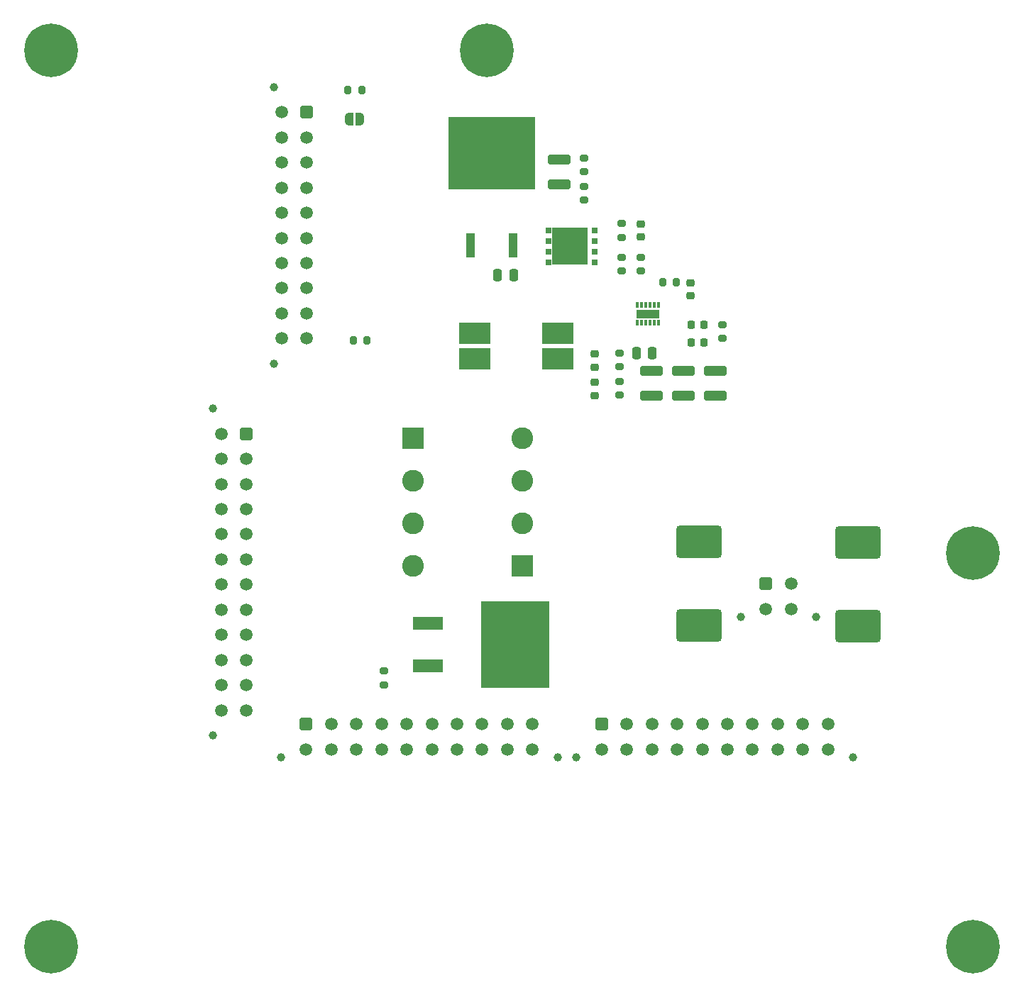
<source format=gbr>
%TF.GenerationSoftware,KiCad,Pcbnew,(6.0.7)*%
%TF.CreationDate,2023-01-08T12:05:45-06:00*%
%TF.ProjectId,Master Switch Enclosure Board,4d617374-6572-4205-9377-697463682045,rev?*%
%TF.SameCoordinates,Original*%
%TF.FileFunction,Soldermask,Top*%
%TF.FilePolarity,Negative*%
%FSLAX46Y46*%
G04 Gerber Fmt 4.6, Leading zero omitted, Abs format (unit mm)*
G04 Created by KiCad (PCBNEW (6.0.7)) date 2023-01-08 12:05:45*
%MOMM*%
%LPD*%
G01*
G04 APERTURE LIST*
G04 Aperture macros list*
%AMRoundRect*
0 Rectangle with rounded corners*
0 $1 Rounding radius*
0 $2 $3 $4 $5 $6 $7 $8 $9 X,Y pos of 4 corners*
0 Add a 4 corners polygon primitive as box body*
4,1,4,$2,$3,$4,$5,$6,$7,$8,$9,$2,$3,0*
0 Add four circle primitives for the rounded corners*
1,1,$1+$1,$2,$3*
1,1,$1+$1,$4,$5*
1,1,$1+$1,$6,$7*
1,1,$1+$1,$8,$9*
0 Add four rect primitives between the rounded corners*
20,1,$1+$1,$2,$3,$4,$5,0*
20,1,$1+$1,$4,$5,$6,$7,0*
20,1,$1+$1,$6,$7,$8,$9,0*
20,1,$1+$1,$8,$9,$2,$3,0*%
%AMFreePoly0*
4,1,22,0.500000,-0.750000,0.000000,-0.750000,0.000000,-0.745033,-0.079941,-0.743568,-0.215256,-0.701293,-0.333266,-0.622738,-0.424486,-0.514219,-0.481581,-0.384460,-0.499164,-0.250000,-0.500000,-0.250000,-0.500000,0.250000,-0.499164,0.250000,-0.499963,0.256109,-0.478152,0.396186,-0.417904,0.524511,-0.324060,0.630769,-0.204165,0.706417,-0.067858,0.745374,0.000000,0.744959,0.000000,0.750000,
0.500000,0.750000,0.500000,-0.750000,0.500000,-0.750000,$1*%
%AMFreePoly1*
4,1,20,0.000000,0.744959,0.073905,0.744508,0.209726,0.703889,0.328688,0.626782,0.421226,0.519385,0.479903,0.390333,0.500000,0.250000,0.500000,-0.250000,0.499851,-0.262216,0.476331,-0.402017,0.414519,-0.529596,0.319384,-0.634700,0.198574,-0.708877,0.061801,-0.746166,0.000000,-0.745033,0.000000,-0.750000,-0.500000,-0.750000,-0.500000,0.750000,0.000000,0.750000,0.000000,0.744959,
0.000000,0.744959,$1*%
G04 Aperture macros list end*
%ADD10C,6.400000*%
%ADD11RoundRect,0.200000X-0.200000X-0.275000X0.200000X-0.275000X0.200000X0.275000X-0.200000X0.275000X0*%
%ADD12RoundRect,0.200000X0.275000X-0.200000X0.275000X0.200000X-0.275000X0.200000X-0.275000X-0.200000X0*%
%ADD13C,1.000000*%
%ADD14RoundRect,0.250001X-0.499999X0.499999X-0.499999X-0.499999X0.499999X-0.499999X0.499999X0.499999X0*%
%ADD15C,1.500000*%
%ADD16RoundRect,0.250001X-0.499999X-0.499999X0.499999X-0.499999X0.499999X0.499999X-0.499999X0.499999X0*%
%ADD17R,8.153000X10.369000*%
%ADD18R,3.581000X1.600000*%
%ADD19RoundRect,0.225000X-0.225000X-0.250000X0.225000X-0.250000X0.225000X0.250000X-0.225000X0.250000X0*%
%ADD20RoundRect,0.250000X0.250000X0.475000X-0.250000X0.475000X-0.250000X-0.475000X0.250000X-0.475000X0*%
%ADD21RoundRect,0.250000X1.100000X-0.325000X1.100000X0.325000X-1.100000X0.325000X-1.100000X-0.325000X0*%
%ADD22RoundRect,0.200000X-0.275000X0.200000X-0.275000X-0.200000X0.275000X-0.200000X0.275000X0.200000X0*%
%ADD23RoundRect,0.250000X-0.250000X-0.475000X0.250000X-0.475000X0.250000X0.475000X-0.250000X0.475000X0*%
%ADD24RoundRect,0.225000X0.250000X-0.225000X0.250000X0.225000X-0.250000X0.225000X-0.250000X-0.225000X0*%
%ADD25RoundRect,0.225000X-0.250000X0.225000X-0.250000X-0.225000X0.250000X-0.225000X0.250000X0.225000X0*%
%ADD26RoundRect,0.500000X2.250000X-1.450000X2.250000X1.450000X-2.250000X1.450000X-2.250000X-1.450000X0*%
%ADD27FreePoly0,180.000000*%
%ADD28FreePoly1,180.000000*%
%ADD29R,2.600000X2.600000*%
%ADD30C,2.600000*%
%ADD31R,3.850000X2.500000*%
%ADD32RoundRect,0.250000X-1.100000X0.325000X-1.100000X-0.325000X1.100000X-0.325000X1.100000X0.325000X0*%
%ADD33RoundRect,0.200000X0.200000X0.275000X-0.200000X0.275000X-0.200000X-0.275000X0.200000X-0.275000X0*%
%ADD34R,0.800000X0.700000*%
%ADD35R,0.680000X0.700000*%
%ADD36R,4.320000X4.510000*%
%ADD37R,0.990600X2.997200*%
%ADD38R,10.337800X8.712200*%
%ADD39R,0.300000X0.650000*%
%ADD40R,2.750000X1.100000*%
G04 APERTURE END LIST*
D10*
%TO.C,M2*%
X107000000Y-55000000D03*
%TD*%
%TO.C,M1*%
X55000000Y-55000000D03*
%TD*%
%TO.C,M5*%
X55000000Y-162000000D03*
%TD*%
%TO.C,M4*%
X165000000Y-162000000D03*
%TD*%
%TO.C,M3*%
X165000000Y-115000000D03*
%TD*%
D11*
%TO.C,R11*%
X91014000Y-89664000D03*
X92664000Y-89664000D03*
%TD*%
D12*
%TO.C,R6*%
X123020000Y-81352900D03*
X123020000Y-79702900D03*
%TD*%
D13*
%TO.C,J6*%
X81539000Y-59400000D03*
X81539000Y-92400000D03*
D14*
X85479000Y-62400000D03*
D15*
X85479000Y-65400000D03*
X85479000Y-68400000D03*
X85479000Y-71400000D03*
X85479000Y-74400000D03*
X85479000Y-77400000D03*
X85479000Y-80400000D03*
X85479000Y-83400000D03*
X85479000Y-86400000D03*
X85479000Y-89400000D03*
X82479000Y-62400000D03*
X82479000Y-65400000D03*
X82479000Y-68400000D03*
X82479000Y-71400000D03*
X82479000Y-74400000D03*
X82479000Y-77400000D03*
X82479000Y-80400000D03*
X82479000Y-83400000D03*
X82479000Y-86400000D03*
X82479000Y-89400000D03*
%TD*%
D13*
%TO.C,J3*%
X74331000Y-97788000D03*
X74331000Y-136788000D03*
D14*
X78271000Y-100788000D03*
D15*
X78271000Y-103788000D03*
X78271000Y-106788000D03*
X78271000Y-109788000D03*
X78271000Y-112788000D03*
X78271000Y-115788000D03*
X78271000Y-118788000D03*
X78271000Y-121788000D03*
X78271000Y-124788000D03*
X78271000Y-127788000D03*
X78271000Y-130788000D03*
X78271000Y-133788000D03*
X75271000Y-100788000D03*
X75271000Y-103788000D03*
X75271000Y-106788000D03*
X75271000Y-109788000D03*
X75271000Y-112788000D03*
X75271000Y-115788000D03*
X75271000Y-118788000D03*
X75271000Y-121788000D03*
X75271000Y-124788000D03*
X75271000Y-127788000D03*
X75271000Y-130788000D03*
X75271000Y-133788000D03*
%TD*%
D13*
%TO.C,J2*%
X150671000Y-139405000D03*
X117671000Y-139405000D03*
D16*
X120671000Y-135465000D03*
D15*
X123671000Y-135465000D03*
X126671000Y-135465000D03*
X129671000Y-135465000D03*
X132671000Y-135465000D03*
X135671000Y-135465000D03*
X138671000Y-135465000D03*
X141671000Y-135465000D03*
X144671000Y-135465000D03*
X147671000Y-135465000D03*
X120671000Y-138465000D03*
X123671000Y-138465000D03*
X126671000Y-138465000D03*
X129671000Y-138465000D03*
X132671000Y-138465000D03*
X135671000Y-138465000D03*
X138671000Y-138465000D03*
X141671000Y-138465000D03*
X144671000Y-138465000D03*
X147671000Y-138465000D03*
%TD*%
D17*
%TO.C,D11*%
X110371000Y-125928000D03*
D18*
X99933000Y-123388000D03*
X99933000Y-128468000D03*
%TD*%
D19*
%TO.C,C5*%
X131346000Y-89855900D03*
X132896000Y-89855900D03*
%TD*%
D11*
%TO.C,R10*%
X90403000Y-59788000D03*
X92053000Y-59788000D03*
%TD*%
D20*
%TO.C,C9*%
X126709000Y-91164000D03*
X124809000Y-91164000D03*
%TD*%
D21*
%TO.C,C4*%
X126609000Y-96197900D03*
X126609000Y-93247900D03*
%TD*%
D13*
%TO.C,J7*%
X137254715Y-122622034D03*
X146254715Y-122622034D03*
D16*
X140254715Y-118682034D03*
D15*
X143254715Y-118682034D03*
X140254715Y-121682034D03*
X143254715Y-121682034D03*
%TD*%
D22*
%TO.C,R9*%
X118553000Y-71245900D03*
X118553000Y-72895900D03*
%TD*%
%TO.C,R12*%
X94669000Y-129119000D03*
X94669000Y-130769000D03*
%TD*%
D12*
%TO.C,R5*%
X125337000Y-81352900D03*
X125337000Y-79702900D03*
%TD*%
D22*
%TO.C,R8*%
X118553000Y-67853900D03*
X118553000Y-69503900D03*
%TD*%
D21*
%TO.C,C1*%
X134241000Y-96197900D03*
X134241000Y-93247900D03*
%TD*%
D13*
%TO.C,J1*%
X82415000Y-139405000D03*
X115415000Y-139405000D03*
D16*
X85415000Y-135465000D03*
D15*
X88415000Y-135465000D03*
X91415000Y-135465000D03*
X94415000Y-135465000D03*
X97415000Y-135465000D03*
X100415000Y-135465000D03*
X103415000Y-135465000D03*
X106415000Y-135465000D03*
X109415000Y-135465000D03*
X112415000Y-135465000D03*
X85415000Y-138465000D03*
X88415000Y-138465000D03*
X91415000Y-138465000D03*
X94415000Y-138465000D03*
X97415000Y-138465000D03*
X100415000Y-138465000D03*
X103415000Y-138465000D03*
X106415000Y-138465000D03*
X109415000Y-138465000D03*
X112415000Y-138465000D03*
%TD*%
D23*
%TO.C,C11*%
X108273000Y-81836000D03*
X110173000Y-81836000D03*
%TD*%
D24*
%TO.C,C3*%
X119825000Y-92823900D03*
X119825000Y-91273900D03*
%TD*%
D25*
%TO.C,C10*%
X125342877Y-75724688D03*
X125342877Y-77274688D03*
%TD*%
D26*
%TO.C,R13*%
X151260126Y-123770369D03*
X151260126Y-113770369D03*
%TD*%
D12*
%TO.C,R1*%
X122793000Y-92800900D03*
X122793000Y-91150900D03*
%TD*%
D27*
%TO.C,JP1*%
X91846000Y-63180000D03*
D28*
X90546000Y-63180000D03*
%TD*%
D29*
%TO.C,J5*%
X98199000Y-101340000D03*
D30*
X98199000Y-106420000D03*
X98199000Y-111500000D03*
X98199000Y-116580000D03*
%TD*%
D31*
%TO.C,L1*%
X115445000Y-91816000D03*
X115445000Y-88816000D03*
X105545000Y-88816000D03*
X105545000Y-91816000D03*
%TD*%
D12*
%TO.C,R7*%
X123020000Y-77342900D03*
X123020000Y-75692900D03*
%TD*%
D26*
%TO.C,R14*%
X132311215Y-123663534D03*
X132311215Y-113663534D03*
%TD*%
D22*
%TO.C,R4*%
X135089000Y-87758900D03*
X135089000Y-89408900D03*
%TD*%
D32*
%TO.C,C12*%
X115585000Y-68028900D03*
X115585000Y-70978900D03*
%TD*%
D12*
%TO.C,R2*%
X122793000Y-96192900D03*
X122793000Y-94542900D03*
%TD*%
D33*
%TO.C,R3*%
X129577000Y-82684000D03*
X127927000Y-82684000D03*
%TD*%
D21*
%TO.C,C2*%
X130425000Y-96197900D03*
X130425000Y-93247900D03*
%TD*%
D34*
%TO.C,Q1*%
X119872000Y-80312900D03*
X119872000Y-79042900D03*
X119872000Y-77772900D03*
X119872000Y-76502900D03*
D35*
X114357000Y-76502900D03*
X114357000Y-77772900D03*
X114357000Y-79042900D03*
X114357000Y-80312900D03*
D36*
X116857000Y-78407900D03*
%TD*%
D19*
%TO.C,C8*%
X131346000Y-87735900D03*
X132896000Y-87735900D03*
%TD*%
D37*
%TO.C,D1*%
X104989000Y-78266900D03*
X110069000Y-78266900D03*
D38*
X107529000Y-67256000D03*
%TD*%
D39*
%TO.C,IC1*%
X124935000Y-87513900D03*
X125435000Y-87513900D03*
X125935000Y-87513900D03*
X126435000Y-87513900D03*
X126935000Y-87513900D03*
X127435000Y-87513900D03*
X127435000Y-85413900D03*
X126935000Y-85413900D03*
X126435000Y-85413900D03*
X125935000Y-85413900D03*
X125435000Y-85413900D03*
X124935000Y-85413900D03*
D40*
X126185000Y-86463900D03*
%TD*%
D24*
%TO.C,C6*%
X119825000Y-96215900D03*
X119825000Y-94665900D03*
%TD*%
%TO.C,C7*%
X131296000Y-84307000D03*
X131296000Y-82757000D03*
%TD*%
D29*
%TO.C,J4*%
X111219000Y-116592000D03*
D30*
X111219000Y-111512000D03*
X111219000Y-106432000D03*
X111219000Y-101352000D03*
%TD*%
M02*

</source>
